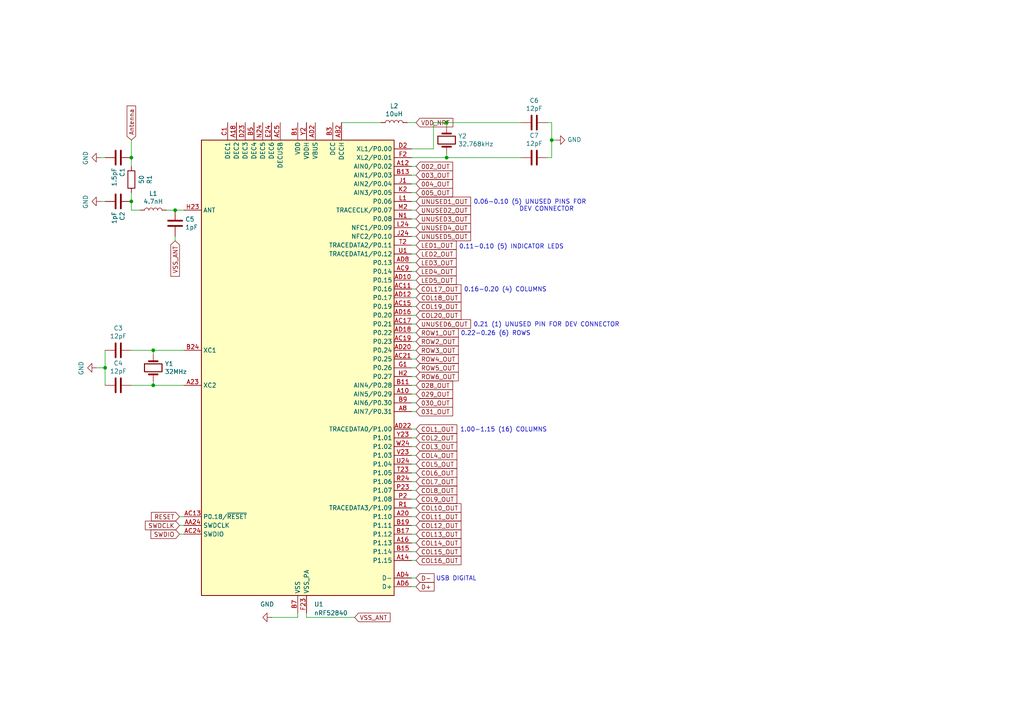
<source format=kicad_sch>
(kicad_sch (version 20231120) (generator "eeschema") (generator_version "8.0")
  (paper "A4")
  (title_block (title "MAIN BOARD") (company "AA RESEARCH"))
  (lib_symbols
    (symbol "Device:C" (pin_numbers hide) (pin_names (offset 0.254))
      (property "Reference" "C" (at 0.635 2.54 0))
      (property "Value" "C" (at 0.635 -2.54 0))
      (symbol "C_0_1"
        (polyline (pts (xy -2.032 -0.762) (xy 2.032 -0.762)) (stroke (width 0.508)))
        (polyline (pts (xy -2.032 0.762) (xy 2.032 0.762)) (stroke (width 0.508)))
      )
      (symbol "C_1_1"
        (pin passive line (at 0 3.81 270) (length 2.794) (name "~") (number "1"))
        (pin passive line (at 0 -3.81 90) (length 2.794) (name "~") (number "2"))
      )
    )
    (symbol "Device:Crystal" (pin_numbers hide) (pin_names (offset 1.016) hide)
      (property "Reference" "Y" (at 0 3.81 0))
      (property "Value" "Crystal" (at 0 -3.81 0))
      (symbol "Crystal_0_1"
        (rectangle (start -1.143 2.54) (end 1.143 -2.54) (stroke (width 0.3048)))
        (polyline (pts (xy -2.54 0) (xy -1.905 0)))
        (polyline (pts (xy -1.905 -1.27) (xy -1.905 1.27)) (stroke (width 0.508)))
        (polyline (pts (xy 1.905 -1.27) (xy 1.905 1.27)) (stroke (width 0.508)))
        (polyline (pts (xy 2.54 0) (xy 1.905 0)))
      )
      (symbol "Crystal_1_1"
        (pin passive line (at -3.81 0 0) (length 1.27) (name "1") (number "1"))
        (pin passive line (at 3.81 0 180) (length 1.27) (name "2") (number "2"))
      )
    )
    (symbol "Device:L" (pin_numbers hide) (pin_names (offset 1.016) hide)
      (property "Reference" "L" (at -1.27 0 90))
      (property "Value" "L" (at 1.905 0 90))
      (symbol "L_0_1"
        (arc (start 0 -2.54) (mid 0.6323 -1.905) (end 0 -1.27))
        (arc (start 0 -1.27) (mid 0.6323 -0.635) (end 0 0))
        (arc (start 0 0) (mid 0.6323 0.635) (end 0 1.27))
        (arc (start 0 1.27) (mid 0.6323 1.905) (end 0 2.54))
      )
      (symbol "L_1_1"
        (pin passive line (at 0 3.81 270) (length 1.27) (name "1") (number "1"))
        (pin passive line (at 0 -3.81 90) (length 1.27) (name "2") (number "2"))
      )
    )
    (symbol "Device:R" (pin_numbers hide) (pin_names (offset 0))
      (property "Reference" "R" (at 2.032 0 90))
      (property "Value" "R" (at 0 0 90))
      (symbol "R_0_1"
        (rectangle (start -1.016 -2.54) (end 1.016 2.54) (stroke (width 0.254)))
      )
      (symbol "R_1_1"
        (pin passive line (at 0 3.81 270) (length 1.27) (name "~") (number "1"))
        (pin passive line (at 0 -3.81 90) (length 1.27) (name "~") (number "2"))
      )
    )
    (symbol "MCU_Nordic:nRF52840"
      (property "Reference" "U" (at 0 5.08 0))
      (property "Value" "nRF52840" (at 0 2.54 0))
      (symbol "nRF52840_0_1"
        (rectangle (start -27.94 66.04) (end 27.94 -66.04) (stroke (width 0.254)) (fill (type background)))
      )
      (symbol "nRF52840_1_1"
        (pin bidirectional line (at 33.02 -7.62 180) (length 5.08) (name "AIN5/P0.29") (number "A10"))
        (pin bidirectional line (at 33.02 58.42 180) (length 5.08) (name "AIN0/P0.02") (number "A12"))
        (pin bidirectional line (at 33.02 -55.88 180) (length 5.08) (name "P1.15") (number "A14"))
        (pin bidirectional line (at 33.02 -50.8 180) (length 5.08) (name "P1.13") (number "A16"))
        (pin passive line (at -17.78 71.12 270) (length 5.08) (name "DEC2") (number "A18"))
        (pin bidirectional line (at 33.02 -43.18 180) (length 5.08) (name "P1.10") (number "A20"))
        (pin passive line (at 0 71.12 270) (length 5.08) hide (name "VDD") (number "A22"))
        (pin input line (at -33.02 -5.08 0) (length 5.08) (name "XC2") (number "A23"))
        (pin bidirectional line (at 33.02 -12.7 180) (length 5.08) (name "AIN7/P0.31") (number "A8"))
        (pin input line (at -33.02 -45.72 0) (length 5.08) (name "SWDCLK") (number "AA24"))
        (pin power_out line (at 12.7 71.12 270) (length 5.08) (name "DCCH") (number "AB2"))
        (pin bidirectional line (at 33.02 22.86 180) (length 5.08) (name "P0.16") (number "AC11"))
        (pin bidirectional line (at -33.02 -43.18 0) (length 5.08) (name "P0.18/~{RESET}") (number "AC13"))
        (pin bidirectional line (at 33.02 17.78 180) (length 5.08) (name "P0.19") (number "AC15"))
        (pin bidirectional line (at 33.02 12.7 180) (length 5.08) (name "P0.21") (number "AC17"))
        (pin bidirectional line (at 33.02 7.62 180) (length 5.08) (name "P0.23") (number "AC19"))
        (pin bidirectional line (at 33.02 2.54 180) (length 5.08) (name "P0.25") (number "AC21"))
        (pin bidirectional line (at -33.02 -48.26 0) (length 5.08) (name "SWDIO") (number "AC24"))
        (pin passive line (at -5.08 71.12 270) (length 5.08) (name "DECUSB") (number "AC5"))
        (pin bidirectional line (at 33.02 27.94 180) (length 5.08) (name "P0.14") (number "AC9"))
        (pin bidirectional line (at 33.02 25.4 180) (length 5.08) (name "P0.15") (number "AD10"))
        (pin bidirectional line (at 33.02 20.32 180) (length 5.08) (name "P0.17") (number "AD12"))
        (pin passive line (at 0 71.12 270) (length 5.08) hide (name "VDD") (number "AD14"))
        (pin bidirectional line (at 33.02 15.24 180) (length 5.08) (name "P0.20") (number "AD16"))
        (pin bidirectional line (at 33.02 10.16 180) (length 5.08) (name "P0.22") (number "AD18"))
        (pin power_in line (at 5.08 71.12 270) (length 5.08) (name "VBUS") (number "AD2"))
        (pin bidirectional line (at 33.02 5.08 180) (length 5.08) (name "P0.24") (number "AD20"))
        (pin bidirectional line (at 33.02 -17.78 180) (length 5.08) (name "TRACEDATA0/P1.00") (number "AD22"))
        (pin passive line (at 0 71.12 270) (length 5.08) hide (name "VDD") (number "AD23"))
        (pin bidirectional line (at 33.02 -60.96 180) (length 5.08) (name "D-") (number "AD4"))
        (pin bidirectional line (at 33.02 -63.5 180) (length 5.08) (name "D+") (number "AD6"))
        (pin bidirectional line (at 33.02 30.48 180) (length 5.08) (name "P0.13") (number "AD8"))
        (pin power_in line (at 0 71.12 270) (length 5.08) (name "VDD") (number "B1"))
        (pin bidirectional line (at 33.02 -5.08 180) (length 5.08) (name "AIN4/P0.28") (number "B11"))
        (pin bidirectional line (at 33.02 55.88 180) (length 5.08) (name "AIN1/P0.03") (number "B13"))
        (pin bidirectional line (at 33.02 -53.34 180) (length 5.08) (name "P1.14") (number "B15"))
        (pin bidirectional line (at 33.02 -48.26 180) (length 5.08) (name "P1.12") (number "B17"))
        (pin bidirectional line (at 33.02 -45.72 180) (length 5.08) (name "P1.11") (number "B19"))
        (pin input line (at -33.02 5.08 0) (length 5.08) (name "XC1") (number "B24"))
        (pin power_out line (at 10.16 71.12 270) (length 5.08) (name "DCC") (number "B3"))
        (pin passive line (at -12.7 71.12 270) (length 5.08) (name "DEC4") (number "B5"))
        (pin power_in line (at 0 -71.12 90) (length 5.08) (name "VSS") (number "B7"))
        (pin bidirectional line (at 33.02 -10.16 180) (length 5.08) (name "AIN6/P0.30") (number "B9"))
        (pin passive line (at -20.32 71.12 270) (length 5.08) (name "DEC1") (number "C1"))
        (pin bidirectional line (at 33.02 63.5 180) (length 5.08) (name "XL1/P0.00") (number "D2"))
        (pin passive line (at -15.24 71.12 270) (length 5.08) (name "DEC3") (number "D23"))
        (pin passive line (at -7.62 71.12 270) (length 5.08) (name "DEC6") (number "E24"))
        (pin passive line (at 0 -71.12 90) (length 5.08) hide (name "VSS") (number "EP"))
        (pin bidirectional line (at 33.02 60.96 180) (length 5.08) (name "XL2/P0.01") (number "F2"))
        (pin power_in line (at 2.54 -71.12 90) (length 5.08) (name "VSS_PA") (number "F23"))
        (pin bidirectional line (at 33.02 0 180) (length 5.08) (name "P0.26") (number "G1"))
        (pin bidirectional line (at 33.02 -2.54 180) (length 5.08) (name "P0.27") (number "H2"))
        (pin passive line (at -33.02 45.72 0) (length 5.08) (name "ANT") (number "H23"))
        (pin bidirectional line (at 33.02 53.34 180) (length 5.08) (name "AIN2/P0.04") (number "J1"))
        (pin bidirectional line (at 33.02 38.1 180) (length 5.08) (name "NFC2/P0.10") (number "J24"))
        (pin bidirectional line (at 33.02 50.8 180) (length 5.08) (name "AIN3/P0.05") (number "K2"))
        (pin bidirectional line (at 33.02 48.26 180) (length 5.08) (name "P0.06") (number "L1"))
        (pin bidirectional line (at 33.02 40.64 180) (length 5.08) (name "NFC1/P0.09") (number "L24"))
        (pin bidirectional line (at 33.02 45.72 180) (length 5.08) (name "TRACECLK/P0.07") (number "M2"))
        (pin bidirectional line (at 33.02 43.18 180) (length 5.08) (name "P0.08") (number "N1"))
        (pin passive line (at -10.16 71.12 270) (length 5.08) (name "DEC5") (number "N24"))
        (pin bidirectional line (at 33.02 -38.1 180) (length 5.08) (name "P1.08") (number "P2"))
        (pin bidirectional line (at 33.02 -35.56 180) (length 5.08) (name "P1.07") (number "P23"))
        (pin bidirectional line (at 33.02 -40.64 180) (length 5.08) (name "TRACEDATA3/P1.09") (number "R1"))
        (pin bidirectional line (at 33.02 -33.02 180) (length 5.08) (name "P1.06") (number "R24"))
        (pin bidirectional line (at 33.02 35.56 180) (length 5.08) (name "TRACEDATA2/P0.11") (number "T2"))
        (pin bidirectional line (at 33.02 -30.48 180) (length 5.08) (name "P1.05") (number "T23"))
        (pin bidirectional line (at 33.02 33.02 180) (length 5.08) (name "TRACEDATA1/P0.12") (number "U1"))
        (pin bidirectional line (at 33.02 -27.94 180) (length 5.08) (name "P1.04") (number "U24"))
        (pin bidirectional line (at 33.02 -25.4 180) (length 5.08) (name "P1.03") (number "V23"))
        (pin passive line (at 0 71.12 270) (length 5.08) hide (name "VDD") (number "W1"))
        (pin bidirectional line (at 33.02 -22.86 180) (length 5.08) (name "P1.02") (number "W24"))
        (pin power_in line (at 2.54 71.12 270) (length 5.08) (name "VDDH") (number "Y2"))
        (pin bidirectional line (at 33.02 -20.32 180) (length 5.08) (name "P1.01") (number "Y23"))
      )
    )
    (symbol "niche65_mk2_left-rescue:GND-power" (power) (pin_names (offset 0))
      (property "Value" "power_GND" (at 0 -3.81 0))
      (symbol "GND-power_0_1"
        (polyline (pts (xy 0 0) (xy 0 -1.27) (xy 1.27 -1.27) (xy 0 -2.54) (xy -1.27 -1.27) (xy 0 -1.27)))
      )
      (symbol "GND-power_1_1"
        (pin power_in line (at 0 0 270) (length 0) hide (name "GND") (number "1"))
      )
    )
    (symbol "power:GND" (power) (pin_numbers hide) (pin_names (offset 0) hide)
      (property "Value" "GND" (at 0 -3.81 0))
      (symbol "GND_0_1"
        (polyline (pts (xy 0 0) (xy 0 -1.27) (xy 1.27 -1.27) (xy 0 -2.54) (xy -1.27 -1.27) (xy 0 -1.27)))
      )
      (symbol "GND_1_1"
        (pin power_in line (at 0 0 270) (length 0) (name "~") (number "1"))
      )
    )
  )
  (junction (at 38.1 45.72))
  (junction (at 30.48 106.68))
  (junction (at 44.45 101.6))
  (junction (at 38.1 58.42))
  (junction (at 50.8 60.96))
  (junction (at 129.54 45.72))
  (junction (at 160.02 40.64))
  (junction (at 129.54 35.56))
  (junction (at 44.45 111.76))
  (wire (pts (xy 119.38 104.14) (xy 120.65 104.14)))
  (wire (pts (xy 119.38 114.3) (xy 120.65 114.3)))
  (wire (pts (xy 119.38 109.22) (xy 120.65 109.22)))
  (wire (pts (xy 119.38 129.54) (xy 120.65 129.54)))
  (wire (pts (xy 119.38 78.74) (xy 120.65 78.74)))
  (wire (pts (xy 160.02 45.72) (xy 158.75 45.72)))
  (wire (pts (xy 119.38 152.4) (xy 120.65 152.4)))
  (wire (pts (xy 38.1 48.26) (xy 38.1 45.72)))
  (wire (pts (xy 44.45 111.76) (xy 53.34 111.76)))
  (wire (pts (xy 119.38 93.98) (xy 120.65 93.98)))
  (wire (pts (xy 30.48 45.72) (xy 29.21 45.72)))
  (wire (pts (xy 119.38 170.18) (xy 120.65 170.18)))
  (wire (pts (xy 50.8 68.58) (xy 50.8 69.85)))
  (wire (pts (xy 88.9 177.8) (xy 88.9 179.07)))
  (wire (pts (xy 119.38 132.08) (xy 120.65 132.08)))
  (wire (pts (xy 119.38 63.5) (xy 120.65 63.5)))
  (wire (pts (xy 119.38 167.64) (xy 120.65 167.64)))
  (wire (pts (xy 53.34 60.96) (xy 50.8 60.96)))
  (wire (pts (xy 38.1 101.6) (xy 44.45 101.6)))
  (wire (pts (xy 119.38 119.38) (xy 120.65 119.38)))
  (wire (pts (xy 119.38 81.28) (xy 120.65 81.28)))
  (wire (pts (xy 119.38 142.24) (xy 120.65 142.24)))
  (wire (pts (xy 52.07 152.4) (xy 53.34 152.4)))
  (wire (pts (xy 119.38 58.42) (xy 120.65 58.42)))
  (wire (pts (xy 38.1 111.76) (xy 44.45 111.76)))
  (wire (pts (xy 119.38 162.56) (xy 120.65 162.56)))
  (wire (pts (xy 119.38 144.78) (xy 120.65 144.78)))
  (wire (pts (xy 129.54 35.56) (xy 125.73 35.56)))
  (wire (pts (xy 158.75 35.56) (xy 160.02 35.56)))
  (wire (pts (xy 119.38 154.94) (xy 120.65 154.94)))
  (wire (pts (xy 119.38 124.46) (xy 120.65 124.46)))
  (wire (pts (xy 30.48 106.68) (xy 30.48 111.76)))
  (wire (pts (xy 119.38 101.6) (xy 120.65 101.6)))
  (wire (pts (xy 38.1 55.88) (xy 38.1 58.42)))
  (wire (pts (xy 160.02 35.56) (xy 160.02 40.64)))
  (wire (pts (xy 119.38 76.2) (xy 120.65 76.2)))
  (wire (pts (xy 119.38 73.66) (xy 120.65 73.66)))
  (wire (pts (xy 118.11 35.56) (xy 120.65 35.56)))
  (wire (pts (xy 119.38 127) (xy 120.65 127)))
  (wire (pts (xy 119.38 91.44) (xy 120.65 91.44)))
  (wire (pts (xy 119.38 60.96) (xy 120.65 60.96)))
  (wire (pts (xy 119.38 139.7) (xy 120.65 139.7)))
  (wire (pts (xy 119.38 66.04) (xy 120.65 66.04)))
  (wire (pts (xy 119.38 116.84) (xy 120.65 116.84)))
  (wire (pts (xy 30.48 101.6) (xy 30.48 106.68)))
  (wire (pts (xy 160.02 40.64) (xy 160.02 45.72)))
  (wire (pts (xy 50.8 60.96) (xy 48.26 60.96)))
  (wire (pts (xy 119.38 86.36) (xy 120.65 86.36)))
  (wire (pts (xy 119.38 149.86) (xy 120.65 149.86)))
  (wire (pts (xy 52.07 149.86) (xy 53.34 149.86)))
  (wire (pts (xy 119.38 99.06) (xy 120.65 99.06)))
  (wire (pts (xy 119.38 96.52) (xy 120.65 96.52)))
  (wire (pts (xy 52.07 154.94) (xy 53.34 154.94)))
  (wire (pts (xy 38.1 60.96) (xy 38.1 58.42)))
  (wire (pts (xy 119.38 71.12) (xy 120.65 71.12)))
  (wire (pts (xy 119.38 134.62) (xy 120.65 134.62)))
  (wire (pts (xy 119.38 43.18) (xy 125.73 43.18)))
  (wire (pts (xy 119.38 55.88) (xy 120.65 55.88)))
  (wire (pts (xy 129.54 35.56) (xy 151.13 35.56)))
  (wire (pts (xy 119.38 137.16) (xy 120.65 137.16)))
  (wire (pts (xy 99.06 35.56) (xy 110.49 35.56)))
  (wire (pts (xy 119.38 45.72) (xy 129.54 45.72)))
  (wire (pts (xy 88.9 179.07) (xy 102.87 179.07)))
  (wire (pts (xy 125.73 35.56) (xy 125.73 43.18)))
  (wire (pts (xy 38.1 60.96) (xy 40.64 60.96)))
  (wire (pts (xy 86.36 179.07) (xy 86.36 177.8)))
  (wire (pts (xy 119.38 53.34) (xy 120.65 53.34)))
  (wire (pts (xy 119.38 88.9) (xy 120.65 88.9)))
  (wire (pts (xy 119.38 83.82) (xy 120.65 83.82)))
  (wire (pts (xy 129.54 45.72) (xy 151.13 45.72)))
  (wire (pts (xy 119.38 111.76) (xy 120.65 111.76)))
  (wire (pts (xy 119.38 48.26) (xy 120.65 48.26)))
  (wire (pts (xy 119.38 157.48) (xy 120.65 157.48)))
  (wire (pts (xy 161.29 40.64) (xy 160.02 40.64)))
  (wire (pts (xy 129.54 35.56) (xy 129.54 36.83)))
  (wire (pts (xy 119.38 68.58) (xy 120.65 68.58)))
  (wire (pts (xy 78.74 179.07) (xy 86.36 179.07)))
  (wire (pts (xy 38.1 45.72) (xy 38.1 40.64)))
  (wire (pts (xy 119.38 50.8) (xy 120.65 50.8)))
  (wire (pts (xy 53.34 101.6) (xy 44.45 101.6)))
  (wire (pts (xy 44.45 110.49) (xy 44.45 111.76)))
  (wire (pts (xy 119.38 106.68) (xy 120.65 106.68)))
  (wire (pts (xy 129.54 45.72) (xy 129.54 44.45)))
  (wire (pts (xy 119.38 160.02) (xy 120.65 160.02)))
  (wire (pts (xy 119.38 147.32) (xy 120.65 147.32)))
  (wire (pts (xy 30.48 58.42) (xy 29.21 58.42)))
  (wire (pts (xy 30.48 106.68) (xy 27.94 106.68)))
  (wire (pts (xy 44.45 101.6) (xy 44.45 102.87)))
  (text "0.11-0.10 (5) INDICATOR LEDS\n" (at 148.336 71.628 0) (effects (font (size 1.27 1.27))))
  (text "USB DIGITAL" (at 132.334 167.894 0) (effects (font (size 1.27 1.27))))
  (text "0.06-0.10 (5) UNUSED PINS FOR \n         DEV CONNECTOR" (at 154.178 59.69 0) (effects (font (size 1.27 1.27))))
  (text "0.16-0.20 (4) COLUMNS\n" (at 146.558 84.074 0) (effects (font (size 1.27 1.27))))
  (text "1.00-1.15 (16) COLUMNS\n" (at 146.05 124.714 0) (effects (font (size 1.27 1.27))))
  (text "0.21 (1) UNUSED PIN FOR DEV CONNECTOR" (at 158.496 94.234 0) (effects (font (size 1.27 1.27))))
  (text "0.22-0.26 (6) ROWS" (at 143.764 96.774 0) (effects (font (size 1.27 1.27))))
  (global_label "COL11_OUT" (shape input) (at 120.65 149.86 0) (property "Intersheetrefs" "${INTERSHEET_REFS}" (effects (hide yes))))
  (global_label "COL16_OUT" (shape input) (at 120.65 162.56 0) (property "Intersheetrefs" "${INTERSHEET_REFS}" (effects (hide yes))))
  (global_label "ROW1_OUT" (shape input) (at 120.65 96.52 0) (property "Intersheetrefs" "${INTERSHEET_REFS}" (effects (hide yes))))
  (global_label "003_OUT" (shape input) (at 120.65 50.8 0) (property "Intersheetrefs" "${INTERSHEET_REFS}" (effects (hide yes))))
  (global_label "COL8_OUT" (shape input) (at 120.65 142.24 0) (property "Intersheetrefs" "${INTERSHEET_REFS}" (effects (hide yes))))
  (global_label "COL15_OUT" (shape input) (at 120.65 160.02 0) (property "Intersheetrefs" "${INTERSHEET_REFS}" (effects (hide yes))))
  (global_label "ROW2_OUT" (shape input) (at 120.65 99.06 0) (property "Intersheetrefs" "${INTERSHEET_REFS}" (effects (hide yes))))
  (global_label "UNUSED6_OUT" (shape input) (at 120.65 93.98 0) (property "Intersheetrefs" "${INTERSHEET_REFS}" (effects (hide yes))))
  (global_label "COL12_OUT" (shape input) (at 120.65 152.4 0) (property "Intersheetrefs" "${INTERSHEET_REFS}" (effects (hide yes))))
  (global_label "VDD_NRF" (shape input) (at 120.65 35.56 0) (property "Intersheetrefs" "${INTERSHEET_REFS}" (effects (hide yes))))
  (global_label "004_OUT" (shape input) (at 120.65 53.34 0) (property "Intersheetrefs" "${INTERSHEET_REFS}" (effects (hide yes))))
  (global_label "UNUSED5_OUT" (shape input) (at 120.65 68.58 0) (property "Intersheetrefs" "${INTERSHEET_REFS}" (effects (hide yes))))
  (global_label "COL3_OUT" (shape input) (at 120.65 129.54 0) (property "Intersheetrefs" "${INTERSHEET_REFS}" (effects (hide yes))))
  (global_label "COL4_OUT" (shape input) (at 120.65 132.08 0) (property "Intersheetrefs" "${INTERSHEET_REFS}" (effects (hide yes))))
  (global_label "COL1_OUT" (shape input) (at 120.65 124.46 0) (property "Intersheetrefs" "${INTERSHEET_REFS}" (effects (hide yes))))
  (global_label "LED3_OUT" (shape input) (at 120.65 76.2 0) (property "Intersheetrefs" "${INTERSHEET_REFS}" (effects (hide yes))))
  (global_label "LED2_OUT" (shape input) (at 120.65 73.66 0) (property "Intersheetrefs" "${INTERSHEET_REFS}" (effects (hide yes))))
  (global_label "005_OUT" (shape input) (at 120.65 55.88 0) (property "Intersheetrefs" "${INTERSHEET_REFS}" (effects (hide yes))))
  (global_label "VSS_ANT" (shape input) (at 102.87 179.07 0) (property "Intersheetrefs" "${INTERSHEET_REFS}" (effects (hide yes))))
  (global_label "UNUSED3_OUT" (shape input) (at 120.65 63.5 0) (property "Intersheetrefs" "${INTERSHEET_REFS}" (effects (hide yes))))
  (global_label "002_OUT" (shape input) (at 120.65 48.26 0) (property "Intersheetrefs" "${INTERSHEET_REFS}" (effects (hide yes))))
  (global_label "COL13_OUT" (shape input) (at 120.65 154.94 0) (property "Intersheetrefs" "${INTERSHEET_REFS}" (effects (hide yes))))
  (global_label "028_OUT" (shape input) (at 120.65 111.76 0) (property "Intersheetrefs" "${INTERSHEET_REFS}" (effects (hide yes))))
  (global_label "UNUSED2_OUT" (shape input) (at 120.65 60.96 0) (property "Intersheetrefs" "${INTERSHEET_REFS}" (effects (hide yes))))
  (global_label "COL17_OUT" (shape input) (at 120.65 83.82 0) (property "Intersheetrefs" "${INTERSHEET_REFS}" (effects (hide yes))))
  (global_label "LED4_OUT" (shape input) (at 120.65 78.74 0) (property "Intersheetrefs" "${INTERSHEET_REFS}" (effects (hide yes))))
  (global_label "031_OUT" (shape input) (at 120.65 119.38 0) (property "Intersheetrefs" "${INTERSHEET_REFS}" (effects (hide yes))))
  (global_label "ROW5_OUT" (shape input) (at 120.65 106.68 0) (property "Intersheetrefs" "${INTERSHEET_REFS}" (effects (hide yes))))
  (global_label "UNUSED4_OUT" (shape input) (at 120.65 66.04 0) (property "Intersheetrefs" "${INTERSHEET_REFS}" (effects (hide yes))))
  (global_label "Antenna" (shape input) (at 38.1 40.64 90) (property "Intersheetrefs" "${INTERSHEET_REFS}" (effects (hide yes))))
  (global_label "RESET" (shape input) (at 52.07 149.86 180) (property "Intersheetrefs" "${INTERSHEET_REFS}" (effects (hide yes))))
  (global_label "030_OUT" (shape input) (at 120.65 116.84 0) (property "Intersheetrefs" "${INTERSHEET_REFS}" (effects (hide yes))))
  (global_label "COL19_OUT" (shape input) (at 120.65 88.9 0) (property "Intersheetrefs" "${INTERSHEET_REFS}" (effects (hide yes))))
  (global_label "ROW6_OUT" (shape input) (at 120.65 109.22 0) (property "Intersheetrefs" "${INTERSHEET_REFS}" (effects (hide yes))))
  (global_label "COL18_OUT" (shape input) (at 120.65 86.36 0) (property "Intersheetrefs" "${INTERSHEET_REFS}" (effects (hide yes))))
  (global_label "ROW3_OUT" (shape input) (at 120.65 101.6 0) (property "Intersheetrefs" "${INTERSHEET_REFS}" (effects (hide yes))))
  (global_label "COL5_OUT" (shape input) (at 120.65 134.62 0) (property "Intersheetrefs" "${INTERSHEET_REFS}" (effects (hide yes))))
  (global_label "COL20_OUT" (shape input) (at 120.65 91.44 0) (property "Intersheetrefs" "${INTERSHEET_REFS}" (effects (hide yes))))
  (global_label "VSS_ANT" (shape input) (at 50.8 69.85 270) (property "Intersheetrefs" "${INTERSHEET_REFS}" (effects (hide yes))))
  (global_label "D+" (shape input) (at 120.65 170.18 0) (property "Intersheetrefs" "${INTERSHEET_REFS}" (effects (hide yes))))
  (global_label "COL14_OUT" (shape input) (at 120.65 157.48 0) (property "Intersheetrefs" "${INTERSHEET_REFS}" (effects (hide yes))))
  (global_label "COL9_OUT" (shape input) (at 120.65 144.78 0) (property "Intersheetrefs" "${INTERSHEET_REFS}" (effects (hide yes))))
  (global_label "COL2_OUT" (shape input) (at 120.65 127 0) (property "Intersheetrefs" "${INTERSHEET_REFS}" (effects (hide yes))))
  (global_label "D-" (shape input) (at 120.65 167.64 0) (property "Intersheetrefs" "${INTERSHEET_REFS}" (effects (hide yes))))
  (global_label "LED5_OUT" (shape input) (at 120.65 81.28 0) (property "Intersheetrefs" "${INTERSHEET_REFS}" (effects (hide yes))))
  (global_label "SWDIO" (shape input) (at 52.07 154.94 180) (property "Intersheetrefs" "${INTERSHEET_REFS}" (effects (hide yes))))
  (global_label "COL7_OUT" (shape input) (at 120.65 139.7 0) (property "Intersheetrefs" "${INTERSHEET_REFS}" (effects (hide yes))))
  (global_label "COL6_OUT" (shape input) (at 120.65 137.16 0) (property "Intersheetrefs" "${INTERSHEET_REFS}" (effects (hide yes))))
  (global_label "LED1_OUT" (shape input) (at 120.65 71.12 0) (property "Intersheetrefs" "${INTERSHEET_REFS}" (effects (hide yes))))
  (global_label "UNUSED1_OUT" (shape input) (at 120.65 58.42 0) (property "Intersheetrefs" "${INTERSHEET_REFS}" (effects (hide yes))))
  (global_label "SWDCLK" (shape input) (at 52.07 152.4 180) (property "Intersheetrefs" "${INTERSHEET_REFS}" (effects (hide yes))))
  (global_label "ROW4_OUT" (shape input) (at 120.65 104.14 0) (property "Intersheetrefs" "${INTERSHEET_REFS}" (effects (hide yes))))
  (global_label "COL10_OUT" (shape input) (at 120.65 147.32 0) (property "Intersheetrefs" "${INTERSHEET_REFS}" (effects (hide yes))))
  (global_label "029_OUT" (shape input) (at 120.65 114.3 0) (property "Intersheetrefs" "${INTERSHEET_REFS}" (effects (hide yes))))
  (symbol (lib_id "Device:C") (at 154.94 35.56 270) (unit 1)
    (property "Reference" "C6" (at 154.94 29.1592 90))
    (property "Value" "12pF" (at 154.94 31.4706 90))
    (property "Footprint" "Capacitor_SMD:C_0402_1005Metric" (effects (hide yes)))
    (property "Description" "Unpolarized capacitor" (effects (hide yes)))
  )
  (symbol (lib_id "Device:C") (at 50.8 64.77 0) (unit 1)
    (property "Reference" "C5" (at 53.721 63.6016 0) (effects (justify left)))
    (property "Value" "1pF" (at 53.721 65.913 0) (effects (justify left)))
    (property "Footprint" "Capacitor_SMD:C_0402_1005Metric" (effects (hide yes)))
    (property "Description" "Unpolarized capacitor" (effects (hide yes)))
  )
  (symbol (lib_id "Device:R") (at 38.1 52.07 180) (unit 1)
    (property "Reference" "R1" (at 43.3578 52.07 90))
    (property "Value" "50" (at 41.0464 52.07 90))
    (property "Footprint" "Resistor_SMD:R_0402_1005Metric" (effects (hide yes)))
    (property "Description" "Resistor" (effects (hide yes)))
  )
  (symbol (lib_id "Device:C") (at 34.29 111.76 270) (unit 1)
    (property "Reference" "C4" (at 34.29 105.3592 90))
    (property "Value" "12pF" (at 34.29 107.6706 90))
    (property "Footprint" "Capacitor_SMD:C_0402_1005Metric" (effects (hide yes)))
    (property "Description" "Unpolarized capacitor" (effects (hide yes)))
  )
  (symbol (lib_id "Device:C") (at 154.94 45.72 270) (unit 1)
    (property "Reference" "C7" (at 154.94 39.3192 90))
    (property "Value" "12pF" (at 154.94 41.6306 90))
    (property "Footprint" "Capacitor_SMD:C_0402_1005Metric" (effects (hide yes)))
    (property "Description" "Unpolarized capacitor" (effects (hide yes)))
  )
  (symbol (lib_id "niche65_mk2_left-rescue:GND-power") (at 161.29 40.64 90) (unit 1)
    (property "Reference" "#PWR05" (effects (hide yes)))
    (property "Value" "GND" (at 164.5412 40.513 90) (effects (justify right)))
  )
  (symbol (lib_id "Device:C") (at 34.29 101.6 270) (unit 1)
    (property "Reference" "C3" (at 34.29 95.1992 90))
    (property "Value" "12pF" (at 34.29 97.5106 90))
    (property "Footprint" "Capacitor_SMD:C_0402_1005Metric" (effects (hide yes)))
    (property "Description" "Unpolarized capacitor" (effects (hide yes)))
  )
  (symbol (lib_id "Device:L") (at 114.3 35.56 90) (unit 1)
    (property "Reference" "L2" (at 114.3 30.734 90))
    (property "Value" "10uH" (at 114.3 33.0454 90))
    (property "Footprint" "Inductor_SMD:L_0603_1608Metric" (effects (hide yes)))
    (property "Description" "Inductor" (effects (hide yes)))
  )
  (symbol (lib_id "niche65_mk2_left-rescue:GND-power") (at 29.21 45.72 270) (unit 1)
    (property "Reference" "#PWR03" (effects (hide yes)))
    (property "Value" "GND" (at 24.8158 45.847 0))
  )
  (symbol (lib_id "MCU_Nordic:nRF52840") (at 86.36 106.68 0) (unit 1)
    (property "Reference" "U1" (at 91.0941 175.26 0) (effects (justify left)))
    (property "Value" "nRF52840" (at 91.0941 177.8 0) (effects (justify left)))
    (property "Footprint" "Package_DFN_QFN:Nordic_AQFN-73-1EP_7x7mm_P0.5mm" (effects (hide yes)))
    (property "Datasheet" "http://infocenter.nordicsemi.com/topic/com.nordic.infocenter.nrf52/dita/nrf52/chips/nrf52840.html" (effects (hide yes)))
    (property "Description" "Multiprotocol BLE/ANT/2.4 GHz/802.15.4 Cortex-M4F SoC, AQFN-73" (effects (hide yes)))
  )
  (symbol (lib_id "Device:L") (at 44.45 60.96 90) (unit 1)
    (property "Reference" "L1" (at 44.45 56.134 90))
    (property "Value" "4.7nH" (at 44.45 58.4454 90))
    (property "Footprint" "Inductor_SMD:L_0402_1005Metric" (effects (hide yes)))
    (property "Description" "Inductor" (effects (hide yes)))
  )
  (symbol (lib_id "Device:Crystal") (at 44.45 106.68 270) (unit 1)
    (property "Reference" "Y1" (at 47.7774 105.5116 90) (effects (justify left)))
    (property "Value" "32MHz" (at 47.7774 107.823 90) (effects (justify left)))
    (property "Footprint" "Crystal:Crystal_SMD_2016-4Pin_2.0x1.6mm" (effects (hide yes)))
    (property "Description" "Two pin crystal" (effects (hide yes)))
  )
  (symbol (lib_id "Device:Crystal") (at 129.54 40.64 270) (unit 1)
    (property "Reference" "Y2" (at 132.8674 39.4716 90) (effects (justify left)))
    (property "Value" "32.768kHz" (at 132.8674 41.783 90) (effects (justify left)))
    (property "Footprint" "Crystal:Crystal_SMD_3215-2Pin_3.2x1.5mm" (effects (hide yes)))
    (property "Description" "Two pin crystal" (effects (hide yes)))
  )
  (symbol (lib_id "power:GND") (at 78.74 179.07 270) (unit 1)
    (property "Reference" "#PWR01" (effects (hide yes)))
    (property "Value" "GND" (at 77.47 175.26 90))
    (property "Description" "Power symbol creates a global label with name \"GND\" , ground" (effects (hide yes)))
  )
  (symbol (lib_id "Device:C") (at 34.29 45.72 270) (unit 1)
    (property "Reference" "C1" (at 35.4584 48.641 0) (effects (justify left)))
    (property "Value" "1.5pF" (at 33.147 48.641 0) (effects (justify left)))
    (property "Footprint" "Capacitor_SMD:C_0402_1005Metric" (effects (hide yes)))
    (property "Description" "Unpolarized capacitor" (effects (hide yes)))
  )
  (symbol (lib_id "niche65_mk2_left-rescue:GND-power") (at 27.94 106.68 270) (unit 1)
    (property "Reference" "#PWR02" (effects (hide yes)))
    (property "Value" "GND" (at 23.5458 106.807 0))
  )
  (symbol (lib_id "niche65_mk2_left-rescue:GND-power") (at 29.21 58.42 270) (unit 1)
    (property "Reference" "#PWR04" (effects (hide yes)))
    (property "Value" "GND" (at 24.8158 58.547 0))
  )
  (symbol (lib_id "Device:C") (at 34.29 58.42 270) (unit 1)
    (property "Reference" "C2" (at 35.4584 61.341 0) (effects (justify left)))
    (property "Value" "1pF" (at 33.147 61.341 0) (effects (justify left)))
    (property "Footprint" "Capacitor_SMD:C_0402_1005Metric" (effects (hide yes)))
    (property "Description" "Unpolarized capacitor" (effects (hide yes)))
  )
)
</source>
